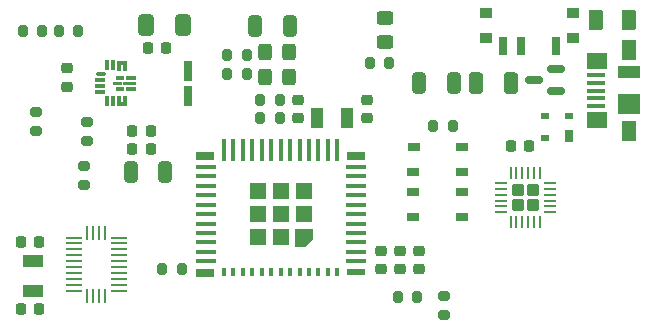
<source format=gbr>
%TF.GenerationSoftware,KiCad,Pcbnew,(6.0.7)*%
%TF.CreationDate,2022-10-18T16:36:34-04:00*%
%TF.ProjectId,PCB,5043422e-6b69-4636-9164-5f7063625858,rev?*%
%TF.SameCoordinates,Original*%
%TF.FileFunction,Paste,Top*%
%TF.FilePolarity,Positive*%
%FSLAX46Y46*%
G04 Gerber Fmt 4.6, Leading zero omitted, Abs format (unit mm)*
G04 Created by KiCad (PCBNEW (6.0.7)) date 2022-10-18 16:36:34*
%MOMM*%
%LPD*%
G01*
G04 APERTURE LIST*
G04 Aperture macros list*
%AMRoundRect*
0 Rectangle with rounded corners*
0 $1 Rounding radius*
0 $2 $3 $4 $5 $6 $7 $8 $9 X,Y pos of 4 corners*
0 Add a 4 corners polygon primitive as box body*
4,1,4,$2,$3,$4,$5,$6,$7,$8,$9,$2,$3,0*
0 Add four circle primitives for the rounded corners*
1,1,$1+$1,$2,$3*
1,1,$1+$1,$4,$5*
1,1,$1+$1,$6,$7*
1,1,$1+$1,$8,$9*
0 Add four rect primitives between the rounded corners*
20,1,$1+$1,$2,$3,$4,$5,0*
20,1,$1+$1,$4,$5,$6,$7,0*
20,1,$1+$1,$6,$7,$8,$9,0*
20,1,$1+$1,$8,$9,$2,$3,0*%
G04 Aperture macros list end*
%ADD10C,0.010000*%
%ADD11RoundRect,0.002500X-0.372600X-0.122500X0.372600X-0.122500X0.372600X0.122500X-0.372600X0.122500X0*%
%ADD12RoundRect,0.002500X-0.397500X-0.122500X0.397500X-0.122500X0.397500X0.122500X-0.397500X0.122500X0*%
%ADD13RoundRect,0.002734X-0.397266X-0.133966X0.397266X-0.133966X0.397266X0.133966X-0.397266X0.133966X0*%
%ADD14RoundRect,0.002500X-0.122500X-0.422500X0.122500X-0.422500X0.122500X0.422500X-0.122500X0.422500X0*%
%ADD15RoundRect,0.002484X-0.121716X-0.422516X0.121716X-0.422516X0.121716X0.422516X-0.121716X0.422516X0*%
%ADD16R,0.711200X1.752600*%
%ADD17RoundRect,0.225000X-0.225000X-0.250000X0.225000X-0.250000X0.225000X0.250000X-0.225000X0.250000X0*%
%ADD18RoundRect,0.250000X0.325000X0.650000X-0.325000X0.650000X-0.325000X-0.650000X0.325000X-0.650000X0*%
%ADD19RoundRect,0.200000X0.275000X-0.200000X0.275000X0.200000X-0.275000X0.200000X-0.275000X-0.200000X0*%
%ADD20RoundRect,0.200000X0.200000X0.275000X-0.200000X0.275000X-0.200000X-0.275000X0.200000X-0.275000X0*%
%ADD21RoundRect,0.250000X-0.325000X-0.650000X0.325000X-0.650000X0.325000X0.650000X-0.325000X0.650000X0*%
%ADD22RoundRect,0.250000X0.275000X0.275000X-0.275000X0.275000X-0.275000X-0.275000X0.275000X-0.275000X0*%
%ADD23RoundRect,0.062500X0.475000X0.062500X-0.475000X0.062500X-0.475000X-0.062500X0.475000X-0.062500X0*%
%ADD24RoundRect,0.062500X0.062500X0.475000X-0.062500X0.475000X-0.062500X-0.475000X0.062500X-0.475000X0*%
%ADD25RoundRect,0.250000X-0.450000X0.325000X-0.450000X-0.325000X0.450000X-0.325000X0.450000X0.325000X0*%
%ADD26RoundRect,0.200000X-0.200000X-0.275000X0.200000X-0.275000X0.200000X0.275000X-0.200000X0.275000X0*%
%ADD27R,1.630000X0.450000*%
%ADD28R,1.900000X1.800000*%
%ADD29R,1.800000X1.425000*%
%ADD30R,1.300000X1.750000*%
%ADD31R,1.900000X1.000000*%
%ADD32RoundRect,0.225000X-0.250000X0.225000X-0.250000X-0.225000X0.250000X-0.225000X0.250000X0.225000X0*%
%ADD33R,1.800000X1.000000*%
%ADD34RoundRect,0.225000X0.250000X-0.225000X0.250000X0.225000X-0.250000X0.225000X-0.250000X-0.225000X0*%
%ADD35RoundRect,0.276000X0.324000X0.634000X-0.324000X0.634000X-0.324000X-0.634000X0.324000X-0.634000X0*%
%ADD36R,1.375000X0.250000*%
%ADD37R,0.250000X1.275000*%
%ADD38R,1.375000X0.275000*%
%ADD39RoundRect,0.250000X0.325000X0.450000X-0.325000X0.450000X-0.325000X-0.450000X0.325000X-0.450000X0*%
%ADD40R,0.711200X1.498600*%
%ADD41R,0.990600X0.812800*%
%ADD42R,1.000000X1.800000*%
%ADD43RoundRect,0.250000X-0.412500X-0.650000X0.412500X-0.650000X0.412500X0.650000X-0.412500X0.650000X0*%
%ADD44RoundRect,0.225000X0.225000X0.250000X-0.225000X0.250000X-0.225000X-0.250000X0.225000X-0.250000X0*%
%ADD45R,0.700000X1.000000*%
%ADD46R,0.700000X0.600000*%
%ADD47R,1.700000X0.400000*%
%ADD48R,0.400000X1.900000*%
%ADD49R,0.400000X0.800000*%
%ADD50R,1.450000X1.450000*%
%ADD51R,1.600000X0.700000*%
%ADD52R,1.600000X0.600000*%
%ADD53RoundRect,0.150000X0.587500X0.150000X-0.587500X0.150000X-0.587500X-0.150000X0.587500X-0.150000X0*%
%ADD54RoundRect,0.250000X-0.375000X-0.625000X0.375000X-0.625000X0.375000X0.625000X-0.375000X0.625000X0*%
%ADD55R,1.050000X0.650000*%
G04 APERTURE END LIST*
%TO.C,U4*%
G36*
X201076250Y-97898750D02*
G01*
X200356250Y-97898750D01*
X200356250Y-97648750D01*
X201076250Y-97648750D01*
X201076250Y-97898750D01*
G37*
D10*
X201076250Y-97898750D02*
X200356250Y-97898750D01*
X200356250Y-97648750D01*
X201076250Y-97648750D01*
X201076250Y-97898750D01*
G36*
X201251750Y-98398750D02*
G01*
X200676750Y-98398750D01*
X200676750Y-98148750D01*
X201251750Y-98148750D01*
X201251750Y-98398750D01*
G37*
X201251750Y-98398750D02*
X200676750Y-98398750D01*
X200676750Y-98148750D01*
X201251750Y-98148750D01*
X201251750Y-98398750D01*
G36*
X202224050Y-97898750D02*
G01*
X201276250Y-97898750D01*
X201276250Y-97648750D01*
X202224050Y-97648750D01*
X202224050Y-97898750D01*
G37*
X202224050Y-97898750D02*
X201276250Y-97898750D01*
X201276250Y-97648750D01*
X202224050Y-97648750D01*
X202224050Y-97898750D01*
G36*
X202229150Y-97398750D02*
G01*
X201451750Y-97398750D01*
X201451750Y-97148750D01*
X202229150Y-97148750D01*
X202229150Y-97398750D01*
G37*
X202229150Y-97398750D02*
X201451750Y-97398750D01*
X201451750Y-97148750D01*
X202229150Y-97148750D01*
X202229150Y-97398750D01*
G36*
X201476250Y-96650750D02*
G01*
X201226250Y-96650750D01*
X201226250Y-96123750D01*
X200976250Y-96123750D01*
X200976250Y-96650750D01*
X200726250Y-96650750D01*
X200726250Y-95873750D01*
X201476250Y-95873750D01*
X201476250Y-96650750D01*
G37*
X201476250Y-96650750D02*
X201226250Y-96650750D01*
X201226250Y-96123750D01*
X200976250Y-96123750D01*
X200976250Y-96650750D01*
X200726250Y-96650750D01*
X200726250Y-95873750D01*
X201476250Y-95873750D01*
X201476250Y-96650750D01*
G36*
X201251750Y-97398750D02*
G01*
X200676750Y-97398750D01*
X200676750Y-97148750D01*
X201251750Y-97148750D01*
X201251750Y-97398750D01*
G37*
X201251750Y-97398750D02*
X200676750Y-97398750D01*
X200676750Y-97148750D01*
X201251750Y-97148750D01*
X201251750Y-97398750D01*
G36*
X202229150Y-98398750D02*
G01*
X201451750Y-98398750D01*
X201451750Y-98148750D01*
X202229150Y-98148750D01*
X202229150Y-98398750D01*
G37*
X202229150Y-98398750D02*
X201451750Y-98398750D01*
X201451750Y-98148750D01*
X202229150Y-98148750D01*
X202229150Y-98398750D01*
G36*
X200976250Y-99423750D02*
G01*
X201226250Y-99423750D01*
X201226250Y-98871350D01*
X201476250Y-98871350D01*
X201476250Y-99673750D01*
X200726250Y-99673750D01*
X200726250Y-98871350D01*
X200976250Y-98871350D01*
X200976250Y-99423750D01*
G37*
X200976250Y-99423750D02*
X201226250Y-99423750D01*
X201226250Y-98871350D01*
X201476250Y-98871350D01*
X201476250Y-99673750D01*
X200726250Y-99673750D01*
X200726250Y-98871350D01*
X200976250Y-98871350D01*
X200976250Y-99423750D01*
%TO.C,U1*%
G36*
X217265000Y-110947500D02*
G01*
X216665000Y-111547500D01*
X215815000Y-111547500D01*
X215815000Y-110097500D01*
X217265000Y-110097500D01*
X217265000Y-110947500D01*
G37*
X217265000Y-110947500D02*
X216665000Y-111547500D01*
X215815000Y-111547500D01*
X215815000Y-110097500D01*
X217265000Y-110097500D01*
X217265000Y-110947500D01*
%TD*%
D11*
%TO.C,U4*%
X199351150Y-97023750D03*
D12*
X199326250Y-97523750D03*
D13*
X199326250Y-98012050D03*
D12*
X199326250Y-98523750D03*
D14*
X199851250Y-99298750D03*
D15*
X200350450Y-99298750D03*
D14*
X200351250Y-96248750D03*
X199851250Y-96248750D03*
%TD*%
D16*
%TO.C,L1*%
X206720000Y-96756200D03*
X206720000Y-98915200D03*
%TD*%
D17*
%TO.C,C26*%
X203370000Y-94850000D03*
X204920000Y-94850000D03*
%TD*%
D18*
%TO.C,C21*%
X215365000Y-92980000D03*
X212415000Y-92980000D03*
%TD*%
D19*
%TO.C,R14*%
X197900000Y-106425000D03*
X197900000Y-104775000D03*
%TD*%
D20*
%TO.C,R12*%
X197450000Y-93350000D03*
X195800000Y-93350000D03*
%TD*%
D21*
%TO.C,C7*%
X226335000Y-97760000D03*
X229285000Y-97760000D03*
%TD*%
D17*
%TO.C,C8*%
X234085000Y-103090000D03*
X235635000Y-103090000D03*
%TD*%
D19*
%TO.C,R13*%
X198200000Y-102725000D03*
X198200000Y-101075000D03*
%TD*%
D22*
%TO.C,U2*%
X234650000Y-108125000D03*
X234650000Y-106825000D03*
X235950000Y-108125000D03*
X235950000Y-106825000D03*
D23*
X237362500Y-108725000D03*
X237362500Y-108225000D03*
X237362500Y-107725000D03*
X237362500Y-107225000D03*
X237362500Y-106725000D03*
X237362500Y-106225000D03*
D24*
X236550000Y-105412500D03*
X236050000Y-105412500D03*
X235550000Y-105412500D03*
X235050000Y-105412500D03*
X234550000Y-105412500D03*
X234050000Y-105412500D03*
D23*
X233237500Y-106225000D03*
X233237500Y-106725000D03*
X233237500Y-107225000D03*
X233237500Y-107725000D03*
X233237500Y-108225000D03*
X233237500Y-108725000D03*
D24*
X234050000Y-109537500D03*
X234550000Y-109537500D03*
X235050000Y-109537500D03*
X235550000Y-109537500D03*
X236050000Y-109537500D03*
X236550000Y-109537500D03*
%TD*%
D25*
%TO.C,D5*%
X223420000Y-92237500D03*
X223420000Y-94287500D03*
%TD*%
D26*
%TO.C,R41*%
X212865000Y-99220000D03*
X214515000Y-99220000D03*
%TD*%
D27*
%TO.C,J1*%
X241265000Y-99725000D03*
X241265000Y-99075000D03*
X241265000Y-98425000D03*
X241265000Y-97775000D03*
X241265000Y-97125000D03*
D28*
X244050000Y-99575000D03*
D29*
X241350000Y-100912500D03*
X241350000Y-95937500D03*
D30*
X244050000Y-101850000D03*
D31*
X244050000Y-96875000D03*
D30*
X244050000Y-95000000D03*
%TD*%
D32*
%TO.C,C4*%
X226260000Y-111985000D03*
X226260000Y-113535000D03*
%TD*%
D33*
%TO.C,Y1*%
X193650464Y-112850273D03*
X193650464Y-115350273D03*
%TD*%
D26*
%TO.C,R10*%
X192750000Y-93350000D03*
X194400000Y-93350000D03*
%TD*%
D34*
%TO.C,C13*%
X196500000Y-98075000D03*
X196500000Y-96525000D03*
%TD*%
D35*
%TO.C,F1*%
X234095000Y-97760000D03*
X231085000Y-97760000D03*
%TD*%
D36*
%TO.C,U5*%
X197057964Y-115360273D03*
D37*
X198220464Y-115772773D03*
X198720464Y-115772773D03*
X199220464Y-115772773D03*
X199720464Y-115772773D03*
D36*
X200882964Y-115360273D03*
X200882964Y-114860273D03*
X200882964Y-114360273D03*
X200882964Y-113860273D03*
X200882964Y-113360273D03*
X200882964Y-112860273D03*
X200882964Y-112360273D03*
X200882964Y-111860273D03*
X200882964Y-111360273D03*
X200882964Y-110860273D03*
D37*
X199720464Y-110447773D03*
X199220464Y-110447773D03*
X198720464Y-110447773D03*
X198220464Y-110447773D03*
D36*
X197057964Y-110860273D03*
X197057964Y-111360273D03*
X197057964Y-111860273D03*
X197057964Y-112360273D03*
X197057964Y-112860273D03*
X197057964Y-113360273D03*
X197057964Y-113860273D03*
D38*
X197057964Y-114347773D03*
D36*
X197057964Y-114860273D03*
%TD*%
D17*
%TO.C,C14*%
X202025000Y-103350000D03*
X203575000Y-103350000D03*
%TD*%
D39*
%TO.C,D8*%
X215315000Y-95180000D03*
X213265000Y-95180000D03*
%TD*%
D40*
%TO.C,SW4*%
X237910001Y-94638401D03*
X234909999Y-94638401D03*
X233409999Y-94638401D03*
D41*
X239310000Y-93938400D03*
X232010000Y-93938400D03*
X239310000Y-91838401D03*
X232010000Y-91838401D03*
%TD*%
D20*
%TO.C,R19*%
X223795000Y-96040000D03*
X222145000Y-96040000D03*
%TD*%
D42*
%TO.C,Y2*%
X217705000Y-100770000D03*
X220205000Y-100770000D03*
%TD*%
D43*
%TO.C,C12*%
X203187500Y-92900000D03*
X206312500Y-92900000D03*
%TD*%
D39*
%TO.C,D7*%
X215315000Y-97230000D03*
X213265000Y-97230000D03*
%TD*%
D44*
%TO.C,C15*%
X194146154Y-111270131D03*
X192596154Y-111270131D03*
%TD*%
D45*
%TO.C,D1*%
X239000000Y-102225000D03*
D46*
X239000000Y-100525000D03*
X237000000Y-100525000D03*
X237000000Y-102425000D03*
%TD*%
D47*
%TO.C,U1*%
X220940000Y-112872500D03*
X220940000Y-112072500D03*
X220940000Y-111272500D03*
X220940000Y-110472500D03*
X220940000Y-109672500D03*
X220940000Y-108872500D03*
X220940000Y-108072500D03*
X220940000Y-107272500D03*
X220940000Y-106472500D03*
X220940000Y-105672500D03*
X220940000Y-104872500D03*
D48*
X219390000Y-103422500D03*
X218590000Y-103422500D03*
X217790000Y-103422500D03*
X216990000Y-103422500D03*
X216190000Y-103422500D03*
X215390000Y-103422500D03*
X214590000Y-103422500D03*
X213790000Y-103422500D03*
X212990000Y-103422500D03*
X212190000Y-103422500D03*
X211390000Y-103422500D03*
X210590000Y-103422500D03*
X209790000Y-103422500D03*
D47*
X208240000Y-104872500D03*
X208240000Y-105672500D03*
X208240000Y-106472500D03*
X208240000Y-107272500D03*
X208240000Y-108072500D03*
X208240000Y-108872500D03*
X208240000Y-109672500D03*
X208240000Y-110472500D03*
X208240000Y-111272500D03*
X208240000Y-112072500D03*
X208240000Y-112872500D03*
D49*
X209790000Y-113772500D03*
X210590000Y-113772500D03*
X211390000Y-113772500D03*
X212190000Y-113772500D03*
X212990000Y-113772500D03*
X213790000Y-113772500D03*
X214590000Y-113772500D03*
X215390000Y-113772500D03*
X216190000Y-113772500D03*
X216990000Y-113772500D03*
X217790000Y-113772500D03*
X218590000Y-113772500D03*
X219390000Y-113772500D03*
D50*
X214590000Y-108872500D03*
D51*
X208190000Y-113822500D03*
X208190000Y-103922500D03*
X220990000Y-103922500D03*
D52*
X220990000Y-113772500D03*
D50*
X216540000Y-108872500D03*
X216540000Y-106922500D03*
X214590000Y-106922500D03*
X212640000Y-106922500D03*
X212640000Y-108872500D03*
X212640000Y-110822500D03*
X214590000Y-110822500D03*
%TD*%
D34*
%TO.C,C18*%
X216030000Y-100770000D03*
X216030000Y-99220000D03*
%TD*%
D19*
%TO.C,R9*%
X193875000Y-101875000D03*
X193875000Y-100225000D03*
%TD*%
D26*
%TO.C,R40*%
X212865000Y-100750000D03*
X214515000Y-100750000D03*
%TD*%
%TO.C,R22*%
X210065000Y-97010000D03*
X211715000Y-97010000D03*
%TD*%
D34*
%TO.C,C19*%
X221880000Y-100770000D03*
X221880000Y-99220000D03*
%TD*%
D26*
%TO.C,R29*%
X224515000Y-115910000D03*
X226165000Y-115910000D03*
%TD*%
D53*
%TO.C,Q3*%
X237917500Y-98470000D03*
X237917500Y-96570000D03*
X236042500Y-97520000D03*
%TD*%
D26*
%TO.C,R30*%
X227525000Y-101400000D03*
X229175000Y-101400000D03*
%TD*%
D32*
%TO.C,C5*%
X223110000Y-111985000D03*
X223110000Y-113535000D03*
%TD*%
D54*
%TO.C,D2*%
X241300000Y-92470000D03*
X244100000Y-92470000D03*
%TD*%
D44*
%TO.C,C16*%
X194156154Y-116930131D03*
X192606154Y-116930131D03*
%TD*%
D21*
%TO.C,C17*%
X201875000Y-105350000D03*
X204825000Y-105350000D03*
%TD*%
D26*
%TO.C,R23*%
X210055000Y-95400000D03*
X211705000Y-95400000D03*
%TD*%
D55*
%TO.C,SW2*%
X229960000Y-105336263D03*
X225810000Y-105336263D03*
X225835000Y-103186263D03*
X229960000Y-103186263D03*
%TD*%
%TO.C,SW1*%
X229935000Y-106980000D03*
X225785000Y-106980000D03*
X229910000Y-109130000D03*
X225785000Y-109130000D03*
%TD*%
D32*
%TO.C,C6*%
X224685000Y-111985000D03*
X224685000Y-113535000D03*
%TD*%
D19*
%TO.C,R33*%
X228450000Y-117455000D03*
X228450000Y-115805000D03*
%TD*%
D17*
%TO.C,C27*%
X202025000Y-101800000D03*
X203575000Y-101800000D03*
%TD*%
D20*
%TO.C,R36*%
X206225000Y-113490000D03*
X204575000Y-113490000D03*
%TD*%
M02*

</source>
